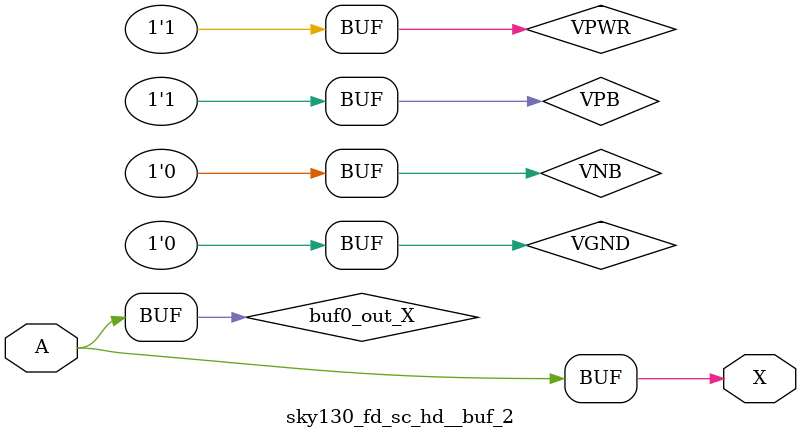
<source format=v>
/*
 * Copyright 2020 The SkyWater PDK Authors
 *
 * Licensed under the Apache License, Version 2.0 (the "License");
 * you may not use this file except in compliance with the License.
 * You may obtain a copy of the License at
 *
 *     https://www.apache.org/licenses/LICENSE-2.0
 *
 * Unless required by applicable law or agreed to in writing, software
 * distributed under the License is distributed on an "AS IS" BASIS,
 * WITHOUT WARRANTIES OR CONDITIONS OF ANY KIND, either express or implied.
 * See the License for the specific language governing permissions and
 * limitations under the License.
 *
 * SPDX-License-Identifier: Apache-2.0
*/


`ifndef SKY130_FD_SC_HD__BUF_BEHAVIORAL_V
`define SKY130_FD_SC_HD__BUF_BEHAVIORAL_V

/**
 * buf: Buffer.
 *
 * Verilog simulation functional model.
 */

`timescale 1ns / 1ps
`default_nettype none

`celldefine
module sky130_fd_sc_hd__buf_2 (
    X,
    A
);

    // Module ports
    output X;
    input  A;

    // Module supplies
    supply1 VPWR;
    supply0 VGND;
    supply1 VPB ;
    supply0 VNB ;

    // Local signals
    wire buf0_out_X;

    //  Name  Output      Other arguments
    buf buf0 (buf0_out_X, A              );
    buf buf1 (X         , buf0_out_X     );

endmodule
`endcelldefine

`default_nettype wire
`endif  // SKY130_FD_SC_HD__BUF_BEHAVIORAL_V

</source>
